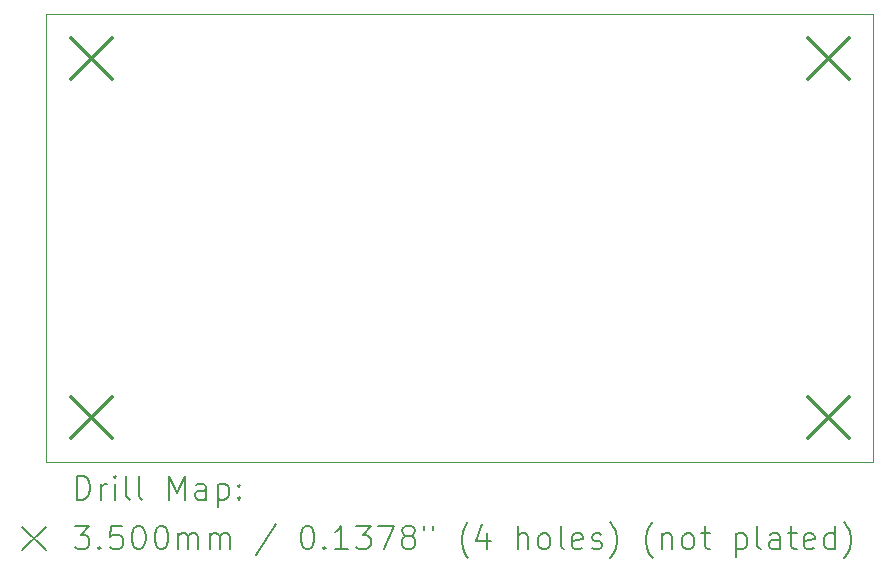
<source format=gbr>
%TF.GenerationSoftware,KiCad,Pcbnew,8.0.2-8.0.2-0~ubuntu22.04.1*%
%TF.CreationDate,2024-06-03T16:53:50-05:00*%
%TF.ProjectId,peak-holder,7065616b-2d68-46f6-9c64-65722e6b6963,rev?*%
%TF.SameCoordinates,Original*%
%TF.FileFunction,Drillmap*%
%TF.FilePolarity,Positive*%
%FSLAX45Y45*%
G04 Gerber Fmt 4.5, Leading zero omitted, Abs format (unit mm)*
G04 Created by KiCad (PCBNEW 8.0.2-8.0.2-0~ubuntu22.04.1) date 2024-06-03 16:53:50*
%MOMM*%
%LPD*%
G01*
G04 APERTURE LIST*
%ADD10C,0.050000*%
%ADD11C,0.200000*%
%ADD12C,0.350000*%
G04 APERTURE END LIST*
D10*
X5300000Y-3500000D02*
X12300000Y-3500000D01*
X12300000Y-7300000D01*
X5300000Y-7300000D01*
X5300000Y-3500000D01*
D11*
D12*
X5505000Y-3705000D02*
X5855000Y-4055000D01*
X5855000Y-3705000D02*
X5505000Y-4055000D01*
X5505000Y-6745000D02*
X5855000Y-7095000D01*
X5855000Y-6745000D02*
X5505000Y-7095000D01*
X11745000Y-3705000D02*
X12095000Y-4055000D01*
X12095000Y-3705000D02*
X11745000Y-4055000D01*
X11745000Y-6745000D02*
X12095000Y-7095000D01*
X12095000Y-6745000D02*
X11745000Y-7095000D01*
D11*
X5558277Y-7613984D02*
X5558277Y-7413984D01*
X5558277Y-7413984D02*
X5605896Y-7413984D01*
X5605896Y-7413984D02*
X5634467Y-7423508D01*
X5634467Y-7423508D02*
X5653515Y-7442555D01*
X5653515Y-7442555D02*
X5663039Y-7461603D01*
X5663039Y-7461603D02*
X5672562Y-7499698D01*
X5672562Y-7499698D02*
X5672562Y-7528269D01*
X5672562Y-7528269D02*
X5663039Y-7566365D01*
X5663039Y-7566365D02*
X5653515Y-7585412D01*
X5653515Y-7585412D02*
X5634467Y-7604460D01*
X5634467Y-7604460D02*
X5605896Y-7613984D01*
X5605896Y-7613984D02*
X5558277Y-7613984D01*
X5758277Y-7613984D02*
X5758277Y-7480650D01*
X5758277Y-7518746D02*
X5767801Y-7499698D01*
X5767801Y-7499698D02*
X5777324Y-7490174D01*
X5777324Y-7490174D02*
X5796372Y-7480650D01*
X5796372Y-7480650D02*
X5815420Y-7480650D01*
X5882086Y-7613984D02*
X5882086Y-7480650D01*
X5882086Y-7413984D02*
X5872562Y-7423508D01*
X5872562Y-7423508D02*
X5882086Y-7433031D01*
X5882086Y-7433031D02*
X5891610Y-7423508D01*
X5891610Y-7423508D02*
X5882086Y-7413984D01*
X5882086Y-7413984D02*
X5882086Y-7433031D01*
X6005896Y-7613984D02*
X5986848Y-7604460D01*
X5986848Y-7604460D02*
X5977324Y-7585412D01*
X5977324Y-7585412D02*
X5977324Y-7413984D01*
X6110658Y-7613984D02*
X6091610Y-7604460D01*
X6091610Y-7604460D02*
X6082086Y-7585412D01*
X6082086Y-7585412D02*
X6082086Y-7413984D01*
X6339229Y-7613984D02*
X6339229Y-7413984D01*
X6339229Y-7413984D02*
X6405896Y-7556841D01*
X6405896Y-7556841D02*
X6472562Y-7413984D01*
X6472562Y-7413984D02*
X6472562Y-7613984D01*
X6653515Y-7613984D02*
X6653515Y-7509222D01*
X6653515Y-7509222D02*
X6643991Y-7490174D01*
X6643991Y-7490174D02*
X6624943Y-7480650D01*
X6624943Y-7480650D02*
X6586848Y-7480650D01*
X6586848Y-7480650D02*
X6567801Y-7490174D01*
X6653515Y-7604460D02*
X6634467Y-7613984D01*
X6634467Y-7613984D02*
X6586848Y-7613984D01*
X6586848Y-7613984D02*
X6567801Y-7604460D01*
X6567801Y-7604460D02*
X6558277Y-7585412D01*
X6558277Y-7585412D02*
X6558277Y-7566365D01*
X6558277Y-7566365D02*
X6567801Y-7547317D01*
X6567801Y-7547317D02*
X6586848Y-7537793D01*
X6586848Y-7537793D02*
X6634467Y-7537793D01*
X6634467Y-7537793D02*
X6653515Y-7528269D01*
X6748753Y-7480650D02*
X6748753Y-7680650D01*
X6748753Y-7490174D02*
X6767801Y-7480650D01*
X6767801Y-7480650D02*
X6805896Y-7480650D01*
X6805896Y-7480650D02*
X6824943Y-7490174D01*
X6824943Y-7490174D02*
X6834467Y-7499698D01*
X6834467Y-7499698D02*
X6843991Y-7518746D01*
X6843991Y-7518746D02*
X6843991Y-7575888D01*
X6843991Y-7575888D02*
X6834467Y-7594936D01*
X6834467Y-7594936D02*
X6824943Y-7604460D01*
X6824943Y-7604460D02*
X6805896Y-7613984D01*
X6805896Y-7613984D02*
X6767801Y-7613984D01*
X6767801Y-7613984D02*
X6748753Y-7604460D01*
X6929705Y-7594936D02*
X6939229Y-7604460D01*
X6939229Y-7604460D02*
X6929705Y-7613984D01*
X6929705Y-7613984D02*
X6920182Y-7604460D01*
X6920182Y-7604460D02*
X6929705Y-7594936D01*
X6929705Y-7594936D02*
X6929705Y-7613984D01*
X6929705Y-7490174D02*
X6939229Y-7499698D01*
X6939229Y-7499698D02*
X6929705Y-7509222D01*
X6929705Y-7509222D02*
X6920182Y-7499698D01*
X6920182Y-7499698D02*
X6929705Y-7490174D01*
X6929705Y-7490174D02*
X6929705Y-7509222D01*
X5097500Y-7842500D02*
X5297500Y-8042500D01*
X5297500Y-7842500D02*
X5097500Y-8042500D01*
X5539229Y-7833984D02*
X5663039Y-7833984D01*
X5663039Y-7833984D02*
X5596372Y-7910174D01*
X5596372Y-7910174D02*
X5624943Y-7910174D01*
X5624943Y-7910174D02*
X5643991Y-7919698D01*
X5643991Y-7919698D02*
X5653515Y-7929222D01*
X5653515Y-7929222D02*
X5663039Y-7948269D01*
X5663039Y-7948269D02*
X5663039Y-7995888D01*
X5663039Y-7995888D02*
X5653515Y-8014936D01*
X5653515Y-8014936D02*
X5643991Y-8024460D01*
X5643991Y-8024460D02*
X5624943Y-8033984D01*
X5624943Y-8033984D02*
X5567801Y-8033984D01*
X5567801Y-8033984D02*
X5548753Y-8024460D01*
X5548753Y-8024460D02*
X5539229Y-8014936D01*
X5748753Y-8014936D02*
X5758277Y-8024460D01*
X5758277Y-8024460D02*
X5748753Y-8033984D01*
X5748753Y-8033984D02*
X5739229Y-8024460D01*
X5739229Y-8024460D02*
X5748753Y-8014936D01*
X5748753Y-8014936D02*
X5748753Y-8033984D01*
X5939229Y-7833984D02*
X5843991Y-7833984D01*
X5843991Y-7833984D02*
X5834467Y-7929222D01*
X5834467Y-7929222D02*
X5843991Y-7919698D01*
X5843991Y-7919698D02*
X5863039Y-7910174D01*
X5863039Y-7910174D02*
X5910658Y-7910174D01*
X5910658Y-7910174D02*
X5929705Y-7919698D01*
X5929705Y-7919698D02*
X5939229Y-7929222D01*
X5939229Y-7929222D02*
X5948753Y-7948269D01*
X5948753Y-7948269D02*
X5948753Y-7995888D01*
X5948753Y-7995888D02*
X5939229Y-8014936D01*
X5939229Y-8014936D02*
X5929705Y-8024460D01*
X5929705Y-8024460D02*
X5910658Y-8033984D01*
X5910658Y-8033984D02*
X5863039Y-8033984D01*
X5863039Y-8033984D02*
X5843991Y-8024460D01*
X5843991Y-8024460D02*
X5834467Y-8014936D01*
X6072562Y-7833984D02*
X6091610Y-7833984D01*
X6091610Y-7833984D02*
X6110658Y-7843508D01*
X6110658Y-7843508D02*
X6120182Y-7853031D01*
X6120182Y-7853031D02*
X6129705Y-7872079D01*
X6129705Y-7872079D02*
X6139229Y-7910174D01*
X6139229Y-7910174D02*
X6139229Y-7957793D01*
X6139229Y-7957793D02*
X6129705Y-7995888D01*
X6129705Y-7995888D02*
X6120182Y-8014936D01*
X6120182Y-8014936D02*
X6110658Y-8024460D01*
X6110658Y-8024460D02*
X6091610Y-8033984D01*
X6091610Y-8033984D02*
X6072562Y-8033984D01*
X6072562Y-8033984D02*
X6053515Y-8024460D01*
X6053515Y-8024460D02*
X6043991Y-8014936D01*
X6043991Y-8014936D02*
X6034467Y-7995888D01*
X6034467Y-7995888D02*
X6024943Y-7957793D01*
X6024943Y-7957793D02*
X6024943Y-7910174D01*
X6024943Y-7910174D02*
X6034467Y-7872079D01*
X6034467Y-7872079D02*
X6043991Y-7853031D01*
X6043991Y-7853031D02*
X6053515Y-7843508D01*
X6053515Y-7843508D02*
X6072562Y-7833984D01*
X6263039Y-7833984D02*
X6282086Y-7833984D01*
X6282086Y-7833984D02*
X6301134Y-7843508D01*
X6301134Y-7843508D02*
X6310658Y-7853031D01*
X6310658Y-7853031D02*
X6320182Y-7872079D01*
X6320182Y-7872079D02*
X6329705Y-7910174D01*
X6329705Y-7910174D02*
X6329705Y-7957793D01*
X6329705Y-7957793D02*
X6320182Y-7995888D01*
X6320182Y-7995888D02*
X6310658Y-8014936D01*
X6310658Y-8014936D02*
X6301134Y-8024460D01*
X6301134Y-8024460D02*
X6282086Y-8033984D01*
X6282086Y-8033984D02*
X6263039Y-8033984D01*
X6263039Y-8033984D02*
X6243991Y-8024460D01*
X6243991Y-8024460D02*
X6234467Y-8014936D01*
X6234467Y-8014936D02*
X6224943Y-7995888D01*
X6224943Y-7995888D02*
X6215420Y-7957793D01*
X6215420Y-7957793D02*
X6215420Y-7910174D01*
X6215420Y-7910174D02*
X6224943Y-7872079D01*
X6224943Y-7872079D02*
X6234467Y-7853031D01*
X6234467Y-7853031D02*
X6243991Y-7843508D01*
X6243991Y-7843508D02*
X6263039Y-7833984D01*
X6415420Y-8033984D02*
X6415420Y-7900650D01*
X6415420Y-7919698D02*
X6424943Y-7910174D01*
X6424943Y-7910174D02*
X6443991Y-7900650D01*
X6443991Y-7900650D02*
X6472563Y-7900650D01*
X6472563Y-7900650D02*
X6491610Y-7910174D01*
X6491610Y-7910174D02*
X6501134Y-7929222D01*
X6501134Y-7929222D02*
X6501134Y-8033984D01*
X6501134Y-7929222D02*
X6510658Y-7910174D01*
X6510658Y-7910174D02*
X6529705Y-7900650D01*
X6529705Y-7900650D02*
X6558277Y-7900650D01*
X6558277Y-7900650D02*
X6577324Y-7910174D01*
X6577324Y-7910174D02*
X6586848Y-7929222D01*
X6586848Y-7929222D02*
X6586848Y-8033984D01*
X6682086Y-8033984D02*
X6682086Y-7900650D01*
X6682086Y-7919698D02*
X6691610Y-7910174D01*
X6691610Y-7910174D02*
X6710658Y-7900650D01*
X6710658Y-7900650D02*
X6739229Y-7900650D01*
X6739229Y-7900650D02*
X6758277Y-7910174D01*
X6758277Y-7910174D02*
X6767801Y-7929222D01*
X6767801Y-7929222D02*
X6767801Y-8033984D01*
X6767801Y-7929222D02*
X6777324Y-7910174D01*
X6777324Y-7910174D02*
X6796372Y-7900650D01*
X6796372Y-7900650D02*
X6824943Y-7900650D01*
X6824943Y-7900650D02*
X6843991Y-7910174D01*
X6843991Y-7910174D02*
X6853515Y-7929222D01*
X6853515Y-7929222D02*
X6853515Y-8033984D01*
X7243991Y-7824460D02*
X7072563Y-8081603D01*
X7501134Y-7833984D02*
X7520182Y-7833984D01*
X7520182Y-7833984D02*
X7539229Y-7843508D01*
X7539229Y-7843508D02*
X7548753Y-7853031D01*
X7548753Y-7853031D02*
X7558277Y-7872079D01*
X7558277Y-7872079D02*
X7567801Y-7910174D01*
X7567801Y-7910174D02*
X7567801Y-7957793D01*
X7567801Y-7957793D02*
X7558277Y-7995888D01*
X7558277Y-7995888D02*
X7548753Y-8014936D01*
X7548753Y-8014936D02*
X7539229Y-8024460D01*
X7539229Y-8024460D02*
X7520182Y-8033984D01*
X7520182Y-8033984D02*
X7501134Y-8033984D01*
X7501134Y-8033984D02*
X7482086Y-8024460D01*
X7482086Y-8024460D02*
X7472563Y-8014936D01*
X7472563Y-8014936D02*
X7463039Y-7995888D01*
X7463039Y-7995888D02*
X7453515Y-7957793D01*
X7453515Y-7957793D02*
X7453515Y-7910174D01*
X7453515Y-7910174D02*
X7463039Y-7872079D01*
X7463039Y-7872079D02*
X7472563Y-7853031D01*
X7472563Y-7853031D02*
X7482086Y-7843508D01*
X7482086Y-7843508D02*
X7501134Y-7833984D01*
X7653515Y-8014936D02*
X7663039Y-8024460D01*
X7663039Y-8024460D02*
X7653515Y-8033984D01*
X7653515Y-8033984D02*
X7643991Y-8024460D01*
X7643991Y-8024460D02*
X7653515Y-8014936D01*
X7653515Y-8014936D02*
X7653515Y-8033984D01*
X7853515Y-8033984D02*
X7739229Y-8033984D01*
X7796372Y-8033984D02*
X7796372Y-7833984D01*
X7796372Y-7833984D02*
X7777325Y-7862555D01*
X7777325Y-7862555D02*
X7758277Y-7881603D01*
X7758277Y-7881603D02*
X7739229Y-7891127D01*
X7920182Y-7833984D02*
X8043991Y-7833984D01*
X8043991Y-7833984D02*
X7977325Y-7910174D01*
X7977325Y-7910174D02*
X8005896Y-7910174D01*
X8005896Y-7910174D02*
X8024944Y-7919698D01*
X8024944Y-7919698D02*
X8034467Y-7929222D01*
X8034467Y-7929222D02*
X8043991Y-7948269D01*
X8043991Y-7948269D02*
X8043991Y-7995888D01*
X8043991Y-7995888D02*
X8034467Y-8014936D01*
X8034467Y-8014936D02*
X8024944Y-8024460D01*
X8024944Y-8024460D02*
X8005896Y-8033984D01*
X8005896Y-8033984D02*
X7948753Y-8033984D01*
X7948753Y-8033984D02*
X7929706Y-8024460D01*
X7929706Y-8024460D02*
X7920182Y-8014936D01*
X8110658Y-7833984D02*
X8243991Y-7833984D01*
X8243991Y-7833984D02*
X8158277Y-8033984D01*
X8348753Y-7919698D02*
X8329706Y-7910174D01*
X8329706Y-7910174D02*
X8320182Y-7900650D01*
X8320182Y-7900650D02*
X8310658Y-7881603D01*
X8310658Y-7881603D02*
X8310658Y-7872079D01*
X8310658Y-7872079D02*
X8320182Y-7853031D01*
X8320182Y-7853031D02*
X8329706Y-7843508D01*
X8329706Y-7843508D02*
X8348753Y-7833984D01*
X8348753Y-7833984D02*
X8386848Y-7833984D01*
X8386848Y-7833984D02*
X8405896Y-7843508D01*
X8405896Y-7843508D02*
X8415420Y-7853031D01*
X8415420Y-7853031D02*
X8424944Y-7872079D01*
X8424944Y-7872079D02*
X8424944Y-7881603D01*
X8424944Y-7881603D02*
X8415420Y-7900650D01*
X8415420Y-7900650D02*
X8405896Y-7910174D01*
X8405896Y-7910174D02*
X8386848Y-7919698D01*
X8386848Y-7919698D02*
X8348753Y-7919698D01*
X8348753Y-7919698D02*
X8329706Y-7929222D01*
X8329706Y-7929222D02*
X8320182Y-7938746D01*
X8320182Y-7938746D02*
X8310658Y-7957793D01*
X8310658Y-7957793D02*
X8310658Y-7995888D01*
X8310658Y-7995888D02*
X8320182Y-8014936D01*
X8320182Y-8014936D02*
X8329706Y-8024460D01*
X8329706Y-8024460D02*
X8348753Y-8033984D01*
X8348753Y-8033984D02*
X8386848Y-8033984D01*
X8386848Y-8033984D02*
X8405896Y-8024460D01*
X8405896Y-8024460D02*
X8415420Y-8014936D01*
X8415420Y-8014936D02*
X8424944Y-7995888D01*
X8424944Y-7995888D02*
X8424944Y-7957793D01*
X8424944Y-7957793D02*
X8415420Y-7938746D01*
X8415420Y-7938746D02*
X8405896Y-7929222D01*
X8405896Y-7929222D02*
X8386848Y-7919698D01*
X8501134Y-7833984D02*
X8501134Y-7872079D01*
X8577325Y-7833984D02*
X8577325Y-7872079D01*
X8872563Y-8110174D02*
X8863039Y-8100650D01*
X8863039Y-8100650D02*
X8843991Y-8072079D01*
X8843991Y-8072079D02*
X8834468Y-8053031D01*
X8834468Y-8053031D02*
X8824944Y-8024460D01*
X8824944Y-8024460D02*
X8815420Y-7976841D01*
X8815420Y-7976841D02*
X8815420Y-7938746D01*
X8815420Y-7938746D02*
X8824944Y-7891127D01*
X8824944Y-7891127D02*
X8834468Y-7862555D01*
X8834468Y-7862555D02*
X8843991Y-7843508D01*
X8843991Y-7843508D02*
X8863039Y-7814936D01*
X8863039Y-7814936D02*
X8872563Y-7805412D01*
X9034468Y-7900650D02*
X9034468Y-8033984D01*
X8986849Y-7824460D02*
X8939230Y-7967317D01*
X8939230Y-7967317D02*
X9063039Y-7967317D01*
X9291611Y-8033984D02*
X9291611Y-7833984D01*
X9377325Y-8033984D02*
X9377325Y-7929222D01*
X9377325Y-7929222D02*
X9367801Y-7910174D01*
X9367801Y-7910174D02*
X9348753Y-7900650D01*
X9348753Y-7900650D02*
X9320182Y-7900650D01*
X9320182Y-7900650D02*
X9301134Y-7910174D01*
X9301134Y-7910174D02*
X9291611Y-7919698D01*
X9501134Y-8033984D02*
X9482087Y-8024460D01*
X9482087Y-8024460D02*
X9472563Y-8014936D01*
X9472563Y-8014936D02*
X9463039Y-7995888D01*
X9463039Y-7995888D02*
X9463039Y-7938746D01*
X9463039Y-7938746D02*
X9472563Y-7919698D01*
X9472563Y-7919698D02*
X9482087Y-7910174D01*
X9482087Y-7910174D02*
X9501134Y-7900650D01*
X9501134Y-7900650D02*
X9529706Y-7900650D01*
X9529706Y-7900650D02*
X9548753Y-7910174D01*
X9548753Y-7910174D02*
X9558277Y-7919698D01*
X9558277Y-7919698D02*
X9567801Y-7938746D01*
X9567801Y-7938746D02*
X9567801Y-7995888D01*
X9567801Y-7995888D02*
X9558277Y-8014936D01*
X9558277Y-8014936D02*
X9548753Y-8024460D01*
X9548753Y-8024460D02*
X9529706Y-8033984D01*
X9529706Y-8033984D02*
X9501134Y-8033984D01*
X9682087Y-8033984D02*
X9663039Y-8024460D01*
X9663039Y-8024460D02*
X9653515Y-8005412D01*
X9653515Y-8005412D02*
X9653515Y-7833984D01*
X9834468Y-8024460D02*
X9815420Y-8033984D01*
X9815420Y-8033984D02*
X9777325Y-8033984D01*
X9777325Y-8033984D02*
X9758277Y-8024460D01*
X9758277Y-8024460D02*
X9748753Y-8005412D01*
X9748753Y-8005412D02*
X9748753Y-7929222D01*
X9748753Y-7929222D02*
X9758277Y-7910174D01*
X9758277Y-7910174D02*
X9777325Y-7900650D01*
X9777325Y-7900650D02*
X9815420Y-7900650D01*
X9815420Y-7900650D02*
X9834468Y-7910174D01*
X9834468Y-7910174D02*
X9843992Y-7929222D01*
X9843992Y-7929222D02*
X9843992Y-7948269D01*
X9843992Y-7948269D02*
X9748753Y-7967317D01*
X9920182Y-8024460D02*
X9939230Y-8033984D01*
X9939230Y-8033984D02*
X9977325Y-8033984D01*
X9977325Y-8033984D02*
X9996373Y-8024460D01*
X9996373Y-8024460D02*
X10005896Y-8005412D01*
X10005896Y-8005412D02*
X10005896Y-7995888D01*
X10005896Y-7995888D02*
X9996373Y-7976841D01*
X9996373Y-7976841D02*
X9977325Y-7967317D01*
X9977325Y-7967317D02*
X9948753Y-7967317D01*
X9948753Y-7967317D02*
X9929706Y-7957793D01*
X9929706Y-7957793D02*
X9920182Y-7938746D01*
X9920182Y-7938746D02*
X9920182Y-7929222D01*
X9920182Y-7929222D02*
X9929706Y-7910174D01*
X9929706Y-7910174D02*
X9948753Y-7900650D01*
X9948753Y-7900650D02*
X9977325Y-7900650D01*
X9977325Y-7900650D02*
X9996373Y-7910174D01*
X10072563Y-8110174D02*
X10082087Y-8100650D01*
X10082087Y-8100650D02*
X10101134Y-8072079D01*
X10101134Y-8072079D02*
X10110658Y-8053031D01*
X10110658Y-8053031D02*
X10120182Y-8024460D01*
X10120182Y-8024460D02*
X10129706Y-7976841D01*
X10129706Y-7976841D02*
X10129706Y-7938746D01*
X10129706Y-7938746D02*
X10120182Y-7891127D01*
X10120182Y-7891127D02*
X10110658Y-7862555D01*
X10110658Y-7862555D02*
X10101134Y-7843508D01*
X10101134Y-7843508D02*
X10082087Y-7814936D01*
X10082087Y-7814936D02*
X10072563Y-7805412D01*
X10434468Y-8110174D02*
X10424944Y-8100650D01*
X10424944Y-8100650D02*
X10405896Y-8072079D01*
X10405896Y-8072079D02*
X10396373Y-8053031D01*
X10396373Y-8053031D02*
X10386849Y-8024460D01*
X10386849Y-8024460D02*
X10377325Y-7976841D01*
X10377325Y-7976841D02*
X10377325Y-7938746D01*
X10377325Y-7938746D02*
X10386849Y-7891127D01*
X10386849Y-7891127D02*
X10396373Y-7862555D01*
X10396373Y-7862555D02*
X10405896Y-7843508D01*
X10405896Y-7843508D02*
X10424944Y-7814936D01*
X10424944Y-7814936D02*
X10434468Y-7805412D01*
X10510658Y-7900650D02*
X10510658Y-8033984D01*
X10510658Y-7919698D02*
X10520182Y-7910174D01*
X10520182Y-7910174D02*
X10539230Y-7900650D01*
X10539230Y-7900650D02*
X10567801Y-7900650D01*
X10567801Y-7900650D02*
X10586849Y-7910174D01*
X10586849Y-7910174D02*
X10596373Y-7929222D01*
X10596373Y-7929222D02*
X10596373Y-8033984D01*
X10720182Y-8033984D02*
X10701134Y-8024460D01*
X10701134Y-8024460D02*
X10691611Y-8014936D01*
X10691611Y-8014936D02*
X10682087Y-7995888D01*
X10682087Y-7995888D02*
X10682087Y-7938746D01*
X10682087Y-7938746D02*
X10691611Y-7919698D01*
X10691611Y-7919698D02*
X10701134Y-7910174D01*
X10701134Y-7910174D02*
X10720182Y-7900650D01*
X10720182Y-7900650D02*
X10748754Y-7900650D01*
X10748754Y-7900650D02*
X10767801Y-7910174D01*
X10767801Y-7910174D02*
X10777325Y-7919698D01*
X10777325Y-7919698D02*
X10786849Y-7938746D01*
X10786849Y-7938746D02*
X10786849Y-7995888D01*
X10786849Y-7995888D02*
X10777325Y-8014936D01*
X10777325Y-8014936D02*
X10767801Y-8024460D01*
X10767801Y-8024460D02*
X10748754Y-8033984D01*
X10748754Y-8033984D02*
X10720182Y-8033984D01*
X10843992Y-7900650D02*
X10920182Y-7900650D01*
X10872563Y-7833984D02*
X10872563Y-8005412D01*
X10872563Y-8005412D02*
X10882087Y-8024460D01*
X10882087Y-8024460D02*
X10901134Y-8033984D01*
X10901134Y-8033984D02*
X10920182Y-8033984D01*
X11139230Y-7900650D02*
X11139230Y-8100650D01*
X11139230Y-7910174D02*
X11158277Y-7900650D01*
X11158277Y-7900650D02*
X11196373Y-7900650D01*
X11196373Y-7900650D02*
X11215420Y-7910174D01*
X11215420Y-7910174D02*
X11224944Y-7919698D01*
X11224944Y-7919698D02*
X11234468Y-7938746D01*
X11234468Y-7938746D02*
X11234468Y-7995888D01*
X11234468Y-7995888D02*
X11224944Y-8014936D01*
X11224944Y-8014936D02*
X11215420Y-8024460D01*
X11215420Y-8024460D02*
X11196373Y-8033984D01*
X11196373Y-8033984D02*
X11158277Y-8033984D01*
X11158277Y-8033984D02*
X11139230Y-8024460D01*
X11348753Y-8033984D02*
X11329706Y-8024460D01*
X11329706Y-8024460D02*
X11320182Y-8005412D01*
X11320182Y-8005412D02*
X11320182Y-7833984D01*
X11510658Y-8033984D02*
X11510658Y-7929222D01*
X11510658Y-7929222D02*
X11501134Y-7910174D01*
X11501134Y-7910174D02*
X11482087Y-7900650D01*
X11482087Y-7900650D02*
X11443992Y-7900650D01*
X11443992Y-7900650D02*
X11424944Y-7910174D01*
X11510658Y-8024460D02*
X11491611Y-8033984D01*
X11491611Y-8033984D02*
X11443992Y-8033984D01*
X11443992Y-8033984D02*
X11424944Y-8024460D01*
X11424944Y-8024460D02*
X11415420Y-8005412D01*
X11415420Y-8005412D02*
X11415420Y-7986365D01*
X11415420Y-7986365D02*
X11424944Y-7967317D01*
X11424944Y-7967317D02*
X11443992Y-7957793D01*
X11443992Y-7957793D02*
X11491611Y-7957793D01*
X11491611Y-7957793D02*
X11510658Y-7948269D01*
X11577325Y-7900650D02*
X11653515Y-7900650D01*
X11605896Y-7833984D02*
X11605896Y-8005412D01*
X11605896Y-8005412D02*
X11615420Y-8024460D01*
X11615420Y-8024460D02*
X11634468Y-8033984D01*
X11634468Y-8033984D02*
X11653515Y-8033984D01*
X11796373Y-8024460D02*
X11777325Y-8033984D01*
X11777325Y-8033984D02*
X11739230Y-8033984D01*
X11739230Y-8033984D02*
X11720182Y-8024460D01*
X11720182Y-8024460D02*
X11710658Y-8005412D01*
X11710658Y-8005412D02*
X11710658Y-7929222D01*
X11710658Y-7929222D02*
X11720182Y-7910174D01*
X11720182Y-7910174D02*
X11739230Y-7900650D01*
X11739230Y-7900650D02*
X11777325Y-7900650D01*
X11777325Y-7900650D02*
X11796373Y-7910174D01*
X11796373Y-7910174D02*
X11805896Y-7929222D01*
X11805896Y-7929222D02*
X11805896Y-7948269D01*
X11805896Y-7948269D02*
X11710658Y-7967317D01*
X11977325Y-8033984D02*
X11977325Y-7833984D01*
X11977325Y-8024460D02*
X11958277Y-8033984D01*
X11958277Y-8033984D02*
X11920182Y-8033984D01*
X11920182Y-8033984D02*
X11901134Y-8024460D01*
X11901134Y-8024460D02*
X11891611Y-8014936D01*
X11891611Y-8014936D02*
X11882087Y-7995888D01*
X11882087Y-7995888D02*
X11882087Y-7938746D01*
X11882087Y-7938746D02*
X11891611Y-7919698D01*
X11891611Y-7919698D02*
X11901134Y-7910174D01*
X11901134Y-7910174D02*
X11920182Y-7900650D01*
X11920182Y-7900650D02*
X11958277Y-7900650D01*
X11958277Y-7900650D02*
X11977325Y-7910174D01*
X12053515Y-8110174D02*
X12063039Y-8100650D01*
X12063039Y-8100650D02*
X12082087Y-8072079D01*
X12082087Y-8072079D02*
X12091611Y-8053031D01*
X12091611Y-8053031D02*
X12101134Y-8024460D01*
X12101134Y-8024460D02*
X12110658Y-7976841D01*
X12110658Y-7976841D02*
X12110658Y-7938746D01*
X12110658Y-7938746D02*
X12101134Y-7891127D01*
X12101134Y-7891127D02*
X12091611Y-7862555D01*
X12091611Y-7862555D02*
X12082087Y-7843508D01*
X12082087Y-7843508D02*
X12063039Y-7814936D01*
X12063039Y-7814936D02*
X12053515Y-7805412D01*
M02*

</source>
